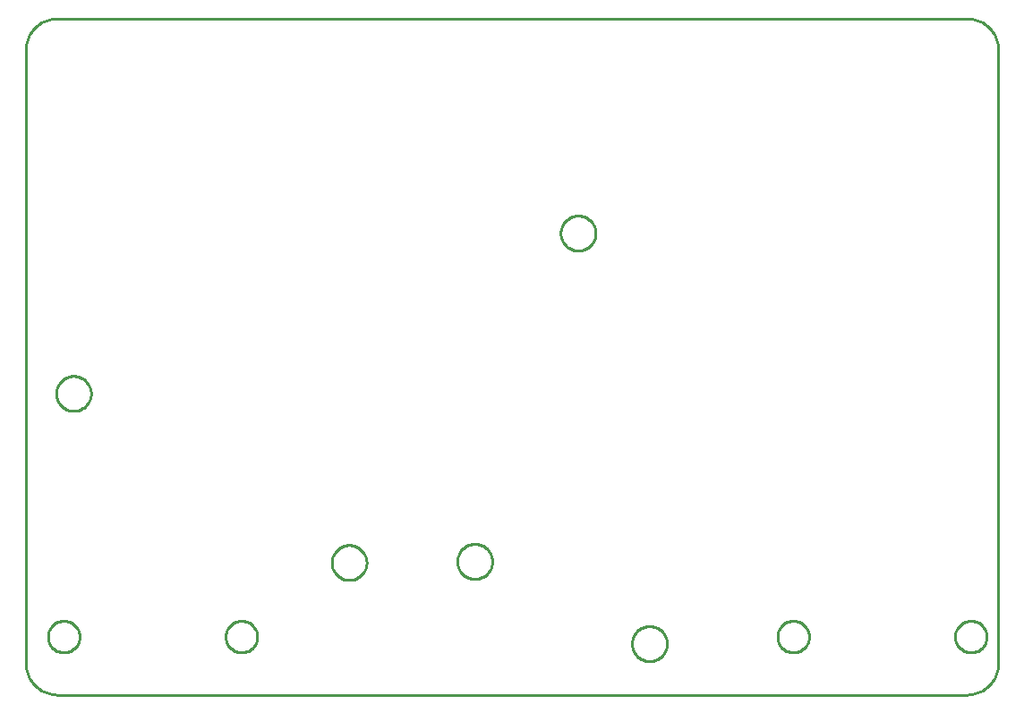
<source format=gko>
G04 EAGLE Gerber RS-274X export*
G75*
%MOMM*%
%FSLAX34Y34*%
%LPD*%
%IN*%
%IPPOS*%
%AMOC8*
5,1,8,0,0,1.08239X$1,22.5*%
G01*
%ADD10C,0.254000*%


D10*
X0Y30000D02*
X114Y27385D01*
X456Y24791D01*
X1022Y22235D01*
X1809Y19739D01*
X2811Y17321D01*
X4019Y15000D01*
X5425Y12793D01*
X7019Y10716D01*
X8787Y8787D01*
X10716Y7019D01*
X12793Y5425D01*
X15000Y4019D01*
X17321Y2811D01*
X19739Y1809D01*
X22235Y1022D01*
X24791Y456D01*
X27385Y114D01*
X30000Y0D01*
X890000Y0D01*
X892615Y114D01*
X895209Y456D01*
X897765Y1022D01*
X900261Y1809D01*
X902679Y2811D01*
X905000Y4019D01*
X907207Y5425D01*
X909284Y7019D01*
X911213Y8787D01*
X912981Y10716D01*
X914575Y12793D01*
X915981Y15000D01*
X917189Y17321D01*
X918191Y19739D01*
X918978Y22235D01*
X919544Y24791D01*
X919886Y27385D01*
X920000Y30000D01*
X920000Y610000D01*
X919886Y612615D01*
X919544Y615209D01*
X918978Y617765D01*
X918191Y620261D01*
X917189Y622679D01*
X915981Y625000D01*
X914575Y627207D01*
X912981Y629284D01*
X911213Y631213D01*
X909284Y632981D01*
X907207Y634575D01*
X905000Y635981D01*
X902679Y637189D01*
X900261Y638191D01*
X897765Y638978D01*
X895209Y639544D01*
X892615Y639886D01*
X890000Y640000D01*
X30000Y640000D01*
X27385Y639886D01*
X24791Y639544D01*
X22235Y638978D01*
X19739Y638191D01*
X17321Y637189D01*
X15000Y635981D01*
X12793Y634575D01*
X10716Y632981D01*
X8787Y631213D01*
X7019Y629284D01*
X5425Y627207D01*
X4019Y625000D01*
X2811Y622679D01*
X1809Y620261D01*
X1022Y617765D01*
X456Y615209D01*
X114Y612615D01*
X0Y610000D01*
X0Y30000D01*
X573490Y48780D02*
X573561Y49859D01*
X573702Y50931D01*
X573913Y51991D01*
X574192Y53035D01*
X574540Y54059D01*
X574954Y55057D01*
X575432Y56027D01*
X575972Y56963D01*
X576573Y57862D01*
X577231Y58719D01*
X577944Y59532D01*
X578708Y60297D01*
X579521Y61009D01*
X580378Y61667D01*
X581277Y62268D01*
X582213Y62808D01*
X583183Y63286D01*
X584181Y63700D01*
X585205Y64048D01*
X586249Y64327D01*
X587309Y64538D01*
X588381Y64679D01*
X589460Y64750D01*
X590540Y64750D01*
X591619Y64679D01*
X592691Y64538D01*
X593751Y64327D01*
X594795Y64048D01*
X595819Y63700D01*
X596817Y63286D01*
X597787Y62808D01*
X598723Y62268D01*
X599622Y61667D01*
X600479Y61009D01*
X601292Y60297D01*
X602057Y59532D01*
X602769Y58719D01*
X603427Y57862D01*
X604028Y56963D01*
X604568Y56027D01*
X605046Y55057D01*
X605460Y54059D01*
X605808Y53035D01*
X606087Y51991D01*
X606298Y50931D01*
X606439Y49859D01*
X606510Y48780D01*
X606510Y47700D01*
X606439Y46621D01*
X606298Y45549D01*
X606087Y44489D01*
X605808Y43445D01*
X605460Y42421D01*
X605046Y41423D01*
X604568Y40453D01*
X604028Y39517D01*
X603427Y38618D01*
X602769Y37761D01*
X602057Y36948D01*
X601292Y36184D01*
X600479Y35471D01*
X599622Y34813D01*
X598723Y34212D01*
X597787Y33672D01*
X596817Y33194D01*
X595819Y32780D01*
X594795Y32432D01*
X593751Y32153D01*
X592691Y31942D01*
X591619Y31801D01*
X590540Y31730D01*
X589460Y31730D01*
X588381Y31801D01*
X587309Y31942D01*
X586249Y32153D01*
X585205Y32432D01*
X584181Y32780D01*
X583183Y33194D01*
X582213Y33672D01*
X581277Y34212D01*
X580378Y34813D01*
X579521Y35471D01*
X578708Y36184D01*
X577944Y36948D01*
X577231Y37761D01*
X576573Y38618D01*
X575972Y39517D01*
X575432Y40453D01*
X574954Y41423D01*
X574540Y42421D01*
X574192Y43445D01*
X573913Y44489D01*
X573702Y45549D01*
X573561Y46621D01*
X573490Y47700D01*
X573490Y48780D01*
X289410Y125540D02*
X289481Y126619D01*
X289622Y127691D01*
X289833Y128751D01*
X290112Y129795D01*
X290460Y130819D01*
X290874Y131817D01*
X291352Y132787D01*
X291892Y133723D01*
X292493Y134622D01*
X293151Y135479D01*
X293864Y136292D01*
X294628Y137057D01*
X295441Y137769D01*
X296298Y138427D01*
X297197Y139028D01*
X298133Y139568D01*
X299103Y140046D01*
X300101Y140460D01*
X301125Y140808D01*
X302169Y141087D01*
X303229Y141298D01*
X304301Y141439D01*
X305380Y141510D01*
X306460Y141510D01*
X307539Y141439D01*
X308611Y141298D01*
X309671Y141087D01*
X310715Y140808D01*
X311739Y140460D01*
X312737Y140046D01*
X313707Y139568D01*
X314643Y139028D01*
X315542Y138427D01*
X316399Y137769D01*
X317212Y137057D01*
X317977Y136292D01*
X318689Y135479D01*
X319347Y134622D01*
X319948Y133723D01*
X320488Y132787D01*
X320966Y131817D01*
X321380Y130819D01*
X321728Y129795D01*
X322007Y128751D01*
X322218Y127691D01*
X322359Y126619D01*
X322430Y125540D01*
X322430Y124460D01*
X322359Y123381D01*
X322218Y122309D01*
X322007Y121249D01*
X321728Y120205D01*
X321380Y119181D01*
X320966Y118183D01*
X320488Y117213D01*
X319948Y116277D01*
X319347Y115378D01*
X318689Y114521D01*
X317977Y113708D01*
X317212Y112944D01*
X316399Y112231D01*
X315542Y111573D01*
X314643Y110972D01*
X313707Y110432D01*
X312737Y109954D01*
X311739Y109540D01*
X310715Y109192D01*
X309671Y108913D01*
X308611Y108702D01*
X307539Y108561D01*
X306460Y108490D01*
X305380Y108490D01*
X304301Y108561D01*
X303229Y108702D01*
X302169Y108913D01*
X301125Y109192D01*
X300101Y109540D01*
X299103Y109954D01*
X298133Y110432D01*
X297197Y110972D01*
X296298Y111573D01*
X295441Y112231D01*
X294628Y112944D01*
X293864Y113708D01*
X293151Y114521D01*
X292493Y115378D01*
X291892Y116277D01*
X291352Y117213D01*
X290874Y118183D01*
X290460Y119181D01*
X290112Y120205D01*
X289833Y121249D01*
X289622Y122309D01*
X289481Y123381D01*
X289410Y124460D01*
X289410Y125540D01*
X408180Y126540D02*
X408251Y127619D01*
X408392Y128691D01*
X408603Y129751D01*
X408882Y130795D01*
X409230Y131819D01*
X409644Y132817D01*
X410122Y133787D01*
X410662Y134723D01*
X411263Y135622D01*
X411921Y136479D01*
X412634Y137292D01*
X413398Y138057D01*
X414211Y138769D01*
X415068Y139427D01*
X415967Y140028D01*
X416903Y140568D01*
X417873Y141046D01*
X418871Y141460D01*
X419895Y141808D01*
X420939Y142087D01*
X421999Y142298D01*
X423071Y142439D01*
X424150Y142510D01*
X425230Y142510D01*
X426309Y142439D01*
X427381Y142298D01*
X428441Y142087D01*
X429485Y141808D01*
X430509Y141460D01*
X431507Y141046D01*
X432477Y140568D01*
X433413Y140028D01*
X434312Y139427D01*
X435169Y138769D01*
X435982Y138057D01*
X436747Y137292D01*
X437459Y136479D01*
X438117Y135622D01*
X438718Y134723D01*
X439258Y133787D01*
X439736Y132817D01*
X440150Y131819D01*
X440498Y130795D01*
X440777Y129751D01*
X440988Y128691D01*
X441129Y127619D01*
X441200Y126540D01*
X441200Y125460D01*
X441129Y124381D01*
X440988Y123309D01*
X440777Y122249D01*
X440498Y121205D01*
X440150Y120181D01*
X439736Y119183D01*
X439258Y118213D01*
X438718Y117277D01*
X438117Y116378D01*
X437459Y115521D01*
X436747Y114708D01*
X435982Y113944D01*
X435169Y113231D01*
X434312Y112573D01*
X433413Y111972D01*
X432477Y111432D01*
X431507Y110954D01*
X430509Y110540D01*
X429485Y110192D01*
X428441Y109913D01*
X427381Y109702D01*
X426309Y109561D01*
X425230Y109490D01*
X424150Y109490D01*
X423071Y109561D01*
X421999Y109702D01*
X420939Y109913D01*
X419895Y110192D01*
X418871Y110540D01*
X417873Y110954D01*
X416903Y111432D01*
X415967Y111972D01*
X415068Y112573D01*
X414211Y113231D01*
X413398Y113944D01*
X412634Y114708D01*
X411921Y115521D01*
X411263Y116378D01*
X410662Y117277D01*
X410122Y118213D01*
X409644Y119183D01*
X409230Y120181D01*
X408882Y121205D01*
X408603Y122249D01*
X408392Y123309D01*
X408251Y124381D01*
X408180Y125460D01*
X408180Y126540D01*
X539010Y436220D02*
X538939Y435141D01*
X538798Y434069D01*
X538587Y433009D01*
X538308Y431965D01*
X537960Y430941D01*
X537546Y429943D01*
X537068Y428973D01*
X536528Y428037D01*
X535927Y427138D01*
X535269Y426281D01*
X534557Y425468D01*
X533792Y424704D01*
X532979Y423991D01*
X532122Y423333D01*
X531223Y422732D01*
X530287Y422192D01*
X529317Y421714D01*
X528319Y421300D01*
X527295Y420952D01*
X526251Y420673D01*
X525191Y420462D01*
X524119Y420321D01*
X523040Y420250D01*
X521960Y420250D01*
X520881Y420321D01*
X519809Y420462D01*
X518749Y420673D01*
X517705Y420952D01*
X516681Y421300D01*
X515683Y421714D01*
X514713Y422192D01*
X513777Y422732D01*
X512878Y423333D01*
X512021Y423991D01*
X511208Y424704D01*
X510444Y425468D01*
X509731Y426281D01*
X509073Y427138D01*
X508472Y428037D01*
X507932Y428973D01*
X507454Y429943D01*
X507040Y430941D01*
X506692Y431965D01*
X506413Y433009D01*
X506202Y434069D01*
X506061Y435141D01*
X505990Y436220D01*
X505990Y437300D01*
X506061Y438379D01*
X506202Y439451D01*
X506413Y440511D01*
X506692Y441555D01*
X507040Y442579D01*
X507454Y443577D01*
X507932Y444547D01*
X508472Y445483D01*
X509073Y446382D01*
X509731Y447239D01*
X510444Y448052D01*
X511208Y448817D01*
X512021Y449529D01*
X512878Y450187D01*
X513777Y450788D01*
X514713Y451328D01*
X515683Y451806D01*
X516681Y452220D01*
X517705Y452568D01*
X518749Y452847D01*
X519809Y453058D01*
X520881Y453199D01*
X521960Y453270D01*
X523040Y453270D01*
X524119Y453199D01*
X525191Y453058D01*
X526251Y452847D01*
X527295Y452568D01*
X528319Y452220D01*
X529317Y451806D01*
X530287Y451328D01*
X531223Y450788D01*
X532122Y450187D01*
X532979Y449529D01*
X533792Y448817D01*
X534557Y448052D01*
X535269Y447239D01*
X535927Y446382D01*
X536528Y445483D01*
X537068Y444547D01*
X537546Y443577D01*
X537960Y442579D01*
X538308Y441555D01*
X538587Y440511D01*
X538798Y439451D01*
X538939Y438379D01*
X539010Y437300D01*
X539010Y436220D01*
X45780Y301510D02*
X46859Y301439D01*
X47931Y301298D01*
X48991Y301087D01*
X50035Y300808D01*
X51059Y300460D01*
X52057Y300046D01*
X53027Y299568D01*
X53963Y299028D01*
X54862Y298427D01*
X55719Y297769D01*
X56532Y297057D01*
X57297Y296292D01*
X58009Y295479D01*
X58667Y294622D01*
X59268Y293723D01*
X59808Y292787D01*
X60286Y291817D01*
X60700Y290819D01*
X61048Y289795D01*
X61327Y288751D01*
X61538Y287691D01*
X61679Y286619D01*
X61750Y285540D01*
X61750Y284460D01*
X61679Y283381D01*
X61538Y282309D01*
X61327Y281249D01*
X61048Y280205D01*
X60700Y279181D01*
X60286Y278183D01*
X59808Y277213D01*
X59268Y276277D01*
X58667Y275378D01*
X58009Y274521D01*
X57297Y273708D01*
X56532Y272944D01*
X55719Y272231D01*
X54862Y271573D01*
X53963Y270972D01*
X53027Y270432D01*
X52057Y269954D01*
X51059Y269540D01*
X50035Y269192D01*
X48991Y268913D01*
X47931Y268702D01*
X46859Y268561D01*
X45780Y268490D01*
X44700Y268490D01*
X43621Y268561D01*
X42549Y268702D01*
X41489Y268913D01*
X40445Y269192D01*
X39421Y269540D01*
X38423Y269954D01*
X37453Y270432D01*
X36517Y270972D01*
X35618Y271573D01*
X34761Y272231D01*
X33948Y272944D01*
X33184Y273708D01*
X32471Y274521D01*
X31813Y275378D01*
X31212Y276277D01*
X30672Y277213D01*
X30194Y278183D01*
X29780Y279181D01*
X29432Y280205D01*
X29153Y281249D01*
X28942Y282309D01*
X28801Y283381D01*
X28730Y284460D01*
X28730Y285540D01*
X28801Y286619D01*
X28942Y287691D01*
X29153Y288751D01*
X29432Y289795D01*
X29780Y290819D01*
X30194Y291817D01*
X30672Y292787D01*
X31212Y293723D01*
X31813Y294622D01*
X32471Y295479D01*
X33184Y296292D01*
X33948Y297057D01*
X34761Y297769D01*
X35618Y298427D01*
X36517Y299028D01*
X37453Y299568D01*
X38423Y300046D01*
X39421Y300460D01*
X40445Y300808D01*
X41489Y301087D01*
X42549Y301298D01*
X43621Y301439D01*
X44700Y301510D01*
X45780Y301510D01*
X219000Y54364D02*
X218924Y53296D01*
X218771Y52235D01*
X218543Y51188D01*
X218241Y50160D01*
X217867Y49156D01*
X217422Y48181D01*
X216908Y47241D01*
X216329Y46340D01*
X215687Y45482D01*
X214985Y44672D01*
X214228Y43915D01*
X213418Y43213D01*
X212560Y42571D01*
X211659Y41992D01*
X210719Y41478D01*
X209744Y41033D01*
X208740Y40659D01*
X207712Y40357D01*
X206665Y40129D01*
X205604Y39976D01*
X204536Y39900D01*
X203464Y39900D01*
X202396Y39976D01*
X201335Y40129D01*
X200288Y40357D01*
X199260Y40659D01*
X198256Y41033D01*
X197281Y41478D01*
X196341Y41992D01*
X195440Y42571D01*
X194582Y43213D01*
X193772Y43915D01*
X193015Y44672D01*
X192313Y45482D01*
X191671Y46340D01*
X191092Y47241D01*
X190578Y48181D01*
X190133Y49156D01*
X189759Y50160D01*
X189457Y51188D01*
X189229Y52235D01*
X189076Y53296D01*
X189000Y54364D01*
X189000Y55436D01*
X189076Y56504D01*
X189229Y57565D01*
X189457Y58612D01*
X189759Y59640D01*
X190133Y60644D01*
X190578Y61619D01*
X191092Y62559D01*
X191671Y63460D01*
X192313Y64318D01*
X193015Y65128D01*
X193772Y65885D01*
X194582Y66587D01*
X195440Y67229D01*
X196341Y67808D01*
X197281Y68322D01*
X198256Y68767D01*
X199260Y69141D01*
X200288Y69443D01*
X201335Y69671D01*
X202396Y69824D01*
X203464Y69900D01*
X204536Y69900D01*
X205604Y69824D01*
X206665Y69671D01*
X207712Y69443D01*
X208740Y69141D01*
X209744Y68767D01*
X210719Y68322D01*
X211659Y67808D01*
X212560Y67229D01*
X213418Y66587D01*
X214228Y65885D01*
X214985Y65128D01*
X215687Y64318D01*
X216329Y63460D01*
X216908Y62559D01*
X217422Y61619D01*
X217867Y60644D01*
X218241Y59640D01*
X218543Y58612D01*
X218771Y57565D01*
X218924Y56504D01*
X219000Y55436D01*
X219000Y54364D01*
X51000Y54364D02*
X50924Y53296D01*
X50771Y52235D01*
X50543Y51188D01*
X50241Y50160D01*
X49867Y49156D01*
X49422Y48181D01*
X48908Y47241D01*
X48329Y46340D01*
X47687Y45482D01*
X46985Y44672D01*
X46228Y43915D01*
X45418Y43213D01*
X44560Y42571D01*
X43659Y41992D01*
X42719Y41478D01*
X41744Y41033D01*
X40740Y40659D01*
X39712Y40357D01*
X38665Y40129D01*
X37604Y39976D01*
X36536Y39900D01*
X35464Y39900D01*
X34396Y39976D01*
X33335Y40129D01*
X32288Y40357D01*
X31260Y40659D01*
X30256Y41033D01*
X29281Y41478D01*
X28341Y41992D01*
X27440Y42571D01*
X26582Y43213D01*
X25772Y43915D01*
X25015Y44672D01*
X24313Y45482D01*
X23671Y46340D01*
X23092Y47241D01*
X22578Y48181D01*
X22133Y49156D01*
X21759Y50160D01*
X21457Y51188D01*
X21229Y52235D01*
X21076Y53296D01*
X21000Y54364D01*
X21000Y55436D01*
X21076Y56504D01*
X21229Y57565D01*
X21457Y58612D01*
X21759Y59640D01*
X22133Y60644D01*
X22578Y61619D01*
X23092Y62559D01*
X23671Y63460D01*
X24313Y64318D01*
X25015Y65128D01*
X25772Y65885D01*
X26582Y66587D01*
X27440Y67229D01*
X28341Y67808D01*
X29281Y68322D01*
X30256Y68767D01*
X31260Y69141D01*
X32288Y69443D01*
X33335Y69671D01*
X34396Y69824D01*
X35464Y69900D01*
X36536Y69900D01*
X37604Y69824D01*
X38665Y69671D01*
X39712Y69443D01*
X40740Y69141D01*
X41744Y68767D01*
X42719Y68322D01*
X43659Y67808D01*
X44560Y67229D01*
X45418Y66587D01*
X46228Y65885D01*
X46985Y65128D01*
X47687Y64318D01*
X48329Y63460D01*
X48908Y62559D01*
X49422Y61619D01*
X49867Y60644D01*
X50241Y59640D01*
X50543Y58612D01*
X50771Y57565D01*
X50924Y56504D01*
X51000Y55436D01*
X51000Y54364D01*
X909000Y54364D02*
X908924Y53296D01*
X908771Y52235D01*
X908543Y51188D01*
X908241Y50160D01*
X907867Y49156D01*
X907422Y48181D01*
X906908Y47241D01*
X906329Y46340D01*
X905687Y45482D01*
X904985Y44672D01*
X904228Y43915D01*
X903418Y43213D01*
X902560Y42571D01*
X901659Y41992D01*
X900719Y41478D01*
X899744Y41033D01*
X898740Y40659D01*
X897712Y40357D01*
X896665Y40129D01*
X895604Y39976D01*
X894536Y39900D01*
X893464Y39900D01*
X892396Y39976D01*
X891335Y40129D01*
X890288Y40357D01*
X889260Y40659D01*
X888256Y41033D01*
X887281Y41478D01*
X886341Y41992D01*
X885440Y42571D01*
X884582Y43213D01*
X883772Y43915D01*
X883015Y44672D01*
X882313Y45482D01*
X881671Y46340D01*
X881092Y47241D01*
X880578Y48181D01*
X880133Y49156D01*
X879759Y50160D01*
X879457Y51188D01*
X879229Y52235D01*
X879076Y53296D01*
X879000Y54364D01*
X879000Y55436D01*
X879076Y56504D01*
X879229Y57565D01*
X879457Y58612D01*
X879759Y59640D01*
X880133Y60644D01*
X880578Y61619D01*
X881092Y62559D01*
X881671Y63460D01*
X882313Y64318D01*
X883015Y65128D01*
X883772Y65885D01*
X884582Y66587D01*
X885440Y67229D01*
X886341Y67808D01*
X887281Y68322D01*
X888256Y68767D01*
X889260Y69141D01*
X890288Y69443D01*
X891335Y69671D01*
X892396Y69824D01*
X893464Y69900D01*
X894536Y69900D01*
X895604Y69824D01*
X896665Y69671D01*
X897712Y69443D01*
X898740Y69141D01*
X899744Y68767D01*
X900719Y68322D01*
X901659Y67808D01*
X902560Y67229D01*
X903418Y66587D01*
X904228Y65885D01*
X904985Y65128D01*
X905687Y64318D01*
X906329Y63460D01*
X906908Y62559D01*
X907422Y61619D01*
X907867Y60644D01*
X908241Y59640D01*
X908543Y58612D01*
X908771Y57565D01*
X908924Y56504D01*
X909000Y55436D01*
X909000Y54364D01*
X741000Y54364D02*
X740924Y53296D01*
X740771Y52235D01*
X740543Y51188D01*
X740241Y50160D01*
X739867Y49156D01*
X739422Y48181D01*
X738908Y47241D01*
X738329Y46340D01*
X737687Y45482D01*
X736985Y44672D01*
X736228Y43915D01*
X735418Y43213D01*
X734560Y42571D01*
X733659Y41992D01*
X732719Y41478D01*
X731744Y41033D01*
X730740Y40659D01*
X729712Y40357D01*
X728665Y40129D01*
X727604Y39976D01*
X726536Y39900D01*
X725464Y39900D01*
X724396Y39976D01*
X723335Y40129D01*
X722288Y40357D01*
X721260Y40659D01*
X720256Y41033D01*
X719281Y41478D01*
X718341Y41992D01*
X717440Y42571D01*
X716582Y43213D01*
X715772Y43915D01*
X715015Y44672D01*
X714313Y45482D01*
X713671Y46340D01*
X713092Y47241D01*
X712578Y48181D01*
X712133Y49156D01*
X711759Y50160D01*
X711457Y51188D01*
X711229Y52235D01*
X711076Y53296D01*
X711000Y54364D01*
X711000Y55436D01*
X711076Y56504D01*
X711229Y57565D01*
X711457Y58612D01*
X711759Y59640D01*
X712133Y60644D01*
X712578Y61619D01*
X713092Y62559D01*
X713671Y63460D01*
X714313Y64318D01*
X715015Y65128D01*
X715772Y65885D01*
X716582Y66587D01*
X717440Y67229D01*
X718341Y67808D01*
X719281Y68322D01*
X720256Y68767D01*
X721260Y69141D01*
X722288Y69443D01*
X723335Y69671D01*
X724396Y69824D01*
X725464Y69900D01*
X726536Y69900D01*
X727604Y69824D01*
X728665Y69671D01*
X729712Y69443D01*
X730740Y69141D01*
X731744Y68767D01*
X732719Y68322D01*
X733659Y67808D01*
X734560Y67229D01*
X735418Y66587D01*
X736228Y65885D01*
X736985Y65128D01*
X737687Y64318D01*
X738329Y63460D01*
X738908Y62559D01*
X739422Y61619D01*
X739867Y60644D01*
X740241Y59640D01*
X740543Y58612D01*
X740771Y57565D01*
X740924Y56504D01*
X741000Y55436D01*
X741000Y54364D01*
M02*

</source>
